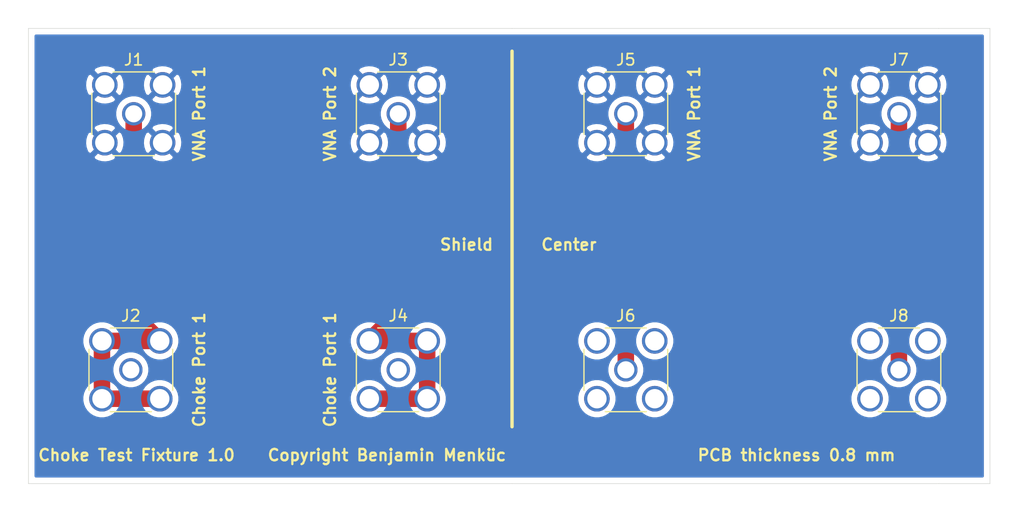
<source format=kicad_pcb>
(kicad_pcb (version 20171130) (host pcbnew "(5.1.5)-2")

  (general
    (thickness 1.6)
    (drawings 20)
    (tracks 13)
    (zones 0)
    (modules 8)
    (nets 10)
  )

  (page A4)
  (layers
    (0 F.Cu signal)
    (31 B.Cu signal)
    (32 B.Adhes user)
    (33 F.Adhes user)
    (34 B.Paste user)
    (35 F.Paste user)
    (36 B.SilkS user)
    (37 F.SilkS user)
    (38 B.Mask user)
    (39 F.Mask user)
    (40 Dwgs.User user)
    (41 Cmts.User user)
    (42 Eco1.User user)
    (43 Eco2.User user)
    (44 Edge.Cuts user)
    (45 Margin user)
    (46 B.CrtYd user)
    (47 F.CrtYd user)
    (48 B.Fab user)
    (49 F.Fab user hide)
  )

  (setup
    (last_trace_width 1.45)
    (trace_clearance 0.2)
    (zone_clearance 0.508)
    (zone_45_only no)
    (trace_min 0.2)
    (via_size 0.8)
    (via_drill 0.4)
    (via_min_size 0.4)
    (via_min_drill 0.3)
    (uvia_size 0.3)
    (uvia_drill 0.1)
    (uvias_allowed no)
    (uvia_min_size 0.2)
    (uvia_min_drill 0.1)
    (edge_width 0.05)
    (segment_width 0.2)
    (pcb_text_width 0.3)
    (pcb_text_size 1.5 1.5)
    (mod_edge_width 0.12)
    (mod_text_size 1 1)
    (mod_text_width 0.15)
    (pad_size 1.524 1.524)
    (pad_drill 0.762)
    (pad_to_mask_clearance 0.051)
    (solder_mask_min_width 0.25)
    (aux_axis_origin 0 0)
    (visible_elements 7FFFFFFF)
    (pcbplotparams
      (layerselection 0x010fc_ffffffff)
      (usegerberextensions false)
      (usegerberattributes false)
      (usegerberadvancedattributes false)
      (creategerberjobfile false)
      (excludeedgelayer true)
      (linewidth 0.100000)
      (plotframeref false)
      (viasonmask false)
      (mode 1)
      (useauxorigin false)
      (hpglpennumber 1)
      (hpglpenspeed 20)
      (hpglpendiameter 15.000000)
      (psnegative false)
      (psa4output false)
      (plotreference true)
      (plotvalue true)
      (plotinvisibletext false)
      (padsonsilk false)
      (subtractmaskfromsilk false)
      (outputformat 1)
      (mirror false)
      (drillshape 1)
      (scaleselection 1)
      (outputdirectory ""))
  )

  (net 0 "")
  (net 1 "Net-(J1-Pad1)")
  (net 2 "Net-(J2-Pad1)")
  (net 3 "Net-(J3-Pad1)")
  (net 4 "Net-(J4-Pad1)")
  (net 5 "Net-(J5-Pad1)")
  (net 6 "Net-(J6-Pad2)")
  (net 7 "Net-(J7-Pad1)")
  (net 8 "Net-(J8-Pad2)")
  (net 9 GND)

  (net_class Default "This is the default net class."
    (clearance 0.2)
    (trace_width 1.45)
    (via_dia 0.8)
    (via_drill 0.4)
    (uvia_dia 0.3)
    (uvia_drill 0.1)
    (add_net GND)
    (add_net "Net-(J1-Pad1)")
    (add_net "Net-(J2-Pad1)")
    (add_net "Net-(J3-Pad1)")
    (add_net "Net-(J4-Pad1)")
    (add_net "Net-(J5-Pad1)")
    (add_net "Net-(J6-Pad2)")
    (add_net "Net-(J7-Pad1)")
    (add_net "Net-(J8-Pad2)")
  )

  (module Connector_Coaxial:SMA_Amphenol_132134_Vertical (layer F.Cu) (tedit 5B2F4DB6) (tstamp 5F109360)
    (at 174 100)
    (descr https://www.amphenolrf.com/downloads/dl/file/id/2187/product/2843/132134_customer_drawing.pdf)
    (tags "SMA THT Female Jack Vertical ExtendedLegs")
    (path /5F10DA27)
    (fp_text reference J8 (at 0 -4.75) (layer F.SilkS)
      (effects (font (size 1 1) (thickness 0.15)))
    )
    (fp_text value Choke_Port2 (at 0 5) (layer F.Fab)
      (effects (font (size 1 1) (thickness 0.15)))
    )
    (fp_text user %R (at 0 0) (layer F.Fab)
      (effects (font (size 1 1) (thickness 0.15)))
    )
    (fp_line (start -1.8 -3.68) (end 1.8 -3.68) (layer F.SilkS) (width 0.12))
    (fp_line (start -1.8 3.68) (end 1.8 3.68) (layer F.SilkS) (width 0.12))
    (fp_line (start 3.68 -1.8) (end 3.68 1.8) (layer F.SilkS) (width 0.12))
    (fp_line (start -3.68 -1.8) (end -3.68 1.8) (layer F.SilkS) (width 0.12))
    (fp_line (start 3.5 -3.5) (end 3.5 3.5) (layer F.Fab) (width 0.1))
    (fp_line (start -3.5 3.5) (end 3.5 3.5) (layer F.Fab) (width 0.1))
    (fp_line (start -3.5 -3.5) (end -3.5 3.5) (layer F.Fab) (width 0.1))
    (fp_line (start -3.5 -3.5) (end 3.5 -3.5) (layer F.Fab) (width 0.1))
    (fp_line (start -4.17 -4.17) (end 4.17 -4.17) (layer F.CrtYd) (width 0.05))
    (fp_line (start -4.17 -4.17) (end -4.17 4.17) (layer F.CrtYd) (width 0.05))
    (fp_line (start 4.17 4.17) (end 4.17 -4.17) (layer F.CrtYd) (width 0.05))
    (fp_line (start 4.17 4.17) (end -4.17 4.17) (layer F.CrtYd) (width 0.05))
    (fp_circle (center 0 0) (end 3.175 0) (layer F.Fab) (width 0.1))
    (pad 2 thru_hole circle (at -2.54 2.54) (size 2.25 2.25) (drill 1.7) (layers *.Cu *.Mask)
      (net 8 "Net-(J8-Pad2)"))
    (pad 2 thru_hole circle (at -2.54 -2.54) (size 2.25 2.25) (drill 1.7) (layers *.Cu *.Mask)
      (net 8 "Net-(J8-Pad2)"))
    (pad 2 thru_hole circle (at 2.54 -2.54) (size 2.25 2.25) (drill 1.7) (layers *.Cu *.Mask)
      (net 8 "Net-(J8-Pad2)"))
    (pad 2 thru_hole circle (at 2.54 2.54) (size 2.25 2.25) (drill 1.7) (layers *.Cu *.Mask)
      (net 8 "Net-(J8-Pad2)"))
    (pad 1 thru_hole circle (at 0 0) (size 2.05 2.05) (drill 1.5) (layers *.Cu *.Mask)
      (net 7 "Net-(J7-Pad1)"))
    (model ${KISYS3DMOD}/Connector_Coaxial.3dshapes/SMA_Amphenol_132134_Vertical.wrl
      (at (xyz 0 0 0))
      (scale (xyz 1 1 1))
      (rotate (xyz 0 0 0))
    )
  )

  (module Connector_Coaxial:SMA_Amphenol_132134_Vertical (layer F.Cu) (tedit 5B2F4DB6) (tstamp 5F109349)
    (at 174 77.5)
    (descr https://www.amphenolrf.com/downloads/dl/file/id/2187/product/2843/132134_customer_drawing.pdf)
    (tags "SMA THT Female Jack Vertical ExtendedLegs")
    (path /5F10DA21)
    (fp_text reference J7 (at 0 -4.75) (layer F.SilkS)
      (effects (font (size 1 1) (thickness 0.15)))
    )
    (fp_text value VNA_Port2 (at 0 5) (layer F.Fab)
      (effects (font (size 1 1) (thickness 0.15)))
    )
    (fp_text user %R (at 0 0) (layer F.Fab)
      (effects (font (size 1 1) (thickness 0.15)))
    )
    (fp_line (start -1.8 -3.68) (end 1.8 -3.68) (layer F.SilkS) (width 0.12))
    (fp_line (start -1.8 3.68) (end 1.8 3.68) (layer F.SilkS) (width 0.12))
    (fp_line (start 3.68 -1.8) (end 3.68 1.8) (layer F.SilkS) (width 0.12))
    (fp_line (start -3.68 -1.8) (end -3.68 1.8) (layer F.SilkS) (width 0.12))
    (fp_line (start 3.5 -3.5) (end 3.5 3.5) (layer F.Fab) (width 0.1))
    (fp_line (start -3.5 3.5) (end 3.5 3.5) (layer F.Fab) (width 0.1))
    (fp_line (start -3.5 -3.5) (end -3.5 3.5) (layer F.Fab) (width 0.1))
    (fp_line (start -3.5 -3.5) (end 3.5 -3.5) (layer F.Fab) (width 0.1))
    (fp_line (start -4.17 -4.17) (end 4.17 -4.17) (layer F.CrtYd) (width 0.05))
    (fp_line (start -4.17 -4.17) (end -4.17 4.17) (layer F.CrtYd) (width 0.05))
    (fp_line (start 4.17 4.17) (end 4.17 -4.17) (layer F.CrtYd) (width 0.05))
    (fp_line (start 4.17 4.17) (end -4.17 4.17) (layer F.CrtYd) (width 0.05))
    (fp_circle (center 0 0) (end 3.175 0) (layer F.Fab) (width 0.1))
    (pad 2 thru_hole circle (at -2.54 2.54) (size 2.25 2.25) (drill 1.7) (layers *.Cu *.Mask)
      (net 9 GND))
    (pad 2 thru_hole circle (at -2.54 -2.54) (size 2.25 2.25) (drill 1.7) (layers *.Cu *.Mask)
      (net 9 GND))
    (pad 2 thru_hole circle (at 2.54 -2.54) (size 2.25 2.25) (drill 1.7) (layers *.Cu *.Mask)
      (net 9 GND))
    (pad 2 thru_hole circle (at 2.54 2.54) (size 2.25 2.25) (drill 1.7) (layers *.Cu *.Mask)
      (net 9 GND))
    (pad 1 thru_hole circle (at 0 0) (size 2.05 2.05) (drill 1.5) (layers *.Cu *.Mask)
      (net 7 "Net-(J7-Pad1)"))
    (model ${KISYS3DMOD}/Connector_Coaxial.3dshapes/SMA_Amphenol_132134_Vertical.wrl
      (at (xyz 0 0 0))
      (scale (xyz 1 1 1))
      (rotate (xyz 0 0 0))
    )
  )

  (module Connector_Coaxial:SMA_Amphenol_132134_Vertical (layer F.Cu) (tedit 5B2F4DB6) (tstamp 5F109332)
    (at 150 100)
    (descr https://www.amphenolrf.com/downloads/dl/file/id/2187/product/2843/132134_customer_drawing.pdf)
    (tags "SMA THT Female Jack Vertical ExtendedLegs")
    (path /5F10DA2D)
    (fp_text reference J6 (at 0 -4.75) (layer F.SilkS)
      (effects (font (size 1 1) (thickness 0.15)))
    )
    (fp_text value Choke_Port1 (at 0 5) (layer F.Fab)
      (effects (font (size 1 1) (thickness 0.15)))
    )
    (fp_text user %R (at 0 0) (layer F.Fab)
      (effects (font (size 1 1) (thickness 0.15)))
    )
    (fp_line (start -1.8 -3.68) (end 1.8 -3.68) (layer F.SilkS) (width 0.12))
    (fp_line (start -1.8 3.68) (end 1.8 3.68) (layer F.SilkS) (width 0.12))
    (fp_line (start 3.68 -1.8) (end 3.68 1.8) (layer F.SilkS) (width 0.12))
    (fp_line (start -3.68 -1.8) (end -3.68 1.8) (layer F.SilkS) (width 0.12))
    (fp_line (start 3.5 -3.5) (end 3.5 3.5) (layer F.Fab) (width 0.1))
    (fp_line (start -3.5 3.5) (end 3.5 3.5) (layer F.Fab) (width 0.1))
    (fp_line (start -3.5 -3.5) (end -3.5 3.5) (layer F.Fab) (width 0.1))
    (fp_line (start -3.5 -3.5) (end 3.5 -3.5) (layer F.Fab) (width 0.1))
    (fp_line (start -4.17 -4.17) (end 4.17 -4.17) (layer F.CrtYd) (width 0.05))
    (fp_line (start -4.17 -4.17) (end -4.17 4.17) (layer F.CrtYd) (width 0.05))
    (fp_line (start 4.17 4.17) (end 4.17 -4.17) (layer F.CrtYd) (width 0.05))
    (fp_line (start 4.17 4.17) (end -4.17 4.17) (layer F.CrtYd) (width 0.05))
    (fp_circle (center 0 0) (end 3.175 0) (layer F.Fab) (width 0.1))
    (pad 2 thru_hole circle (at -2.54 2.54) (size 2.25 2.25) (drill 1.7) (layers *.Cu *.Mask)
      (net 6 "Net-(J6-Pad2)"))
    (pad 2 thru_hole circle (at -2.54 -2.54) (size 2.25 2.25) (drill 1.7) (layers *.Cu *.Mask)
      (net 6 "Net-(J6-Pad2)"))
    (pad 2 thru_hole circle (at 2.54 -2.54) (size 2.25 2.25) (drill 1.7) (layers *.Cu *.Mask)
      (net 6 "Net-(J6-Pad2)"))
    (pad 2 thru_hole circle (at 2.54 2.54) (size 2.25 2.25) (drill 1.7) (layers *.Cu *.Mask)
      (net 6 "Net-(J6-Pad2)"))
    (pad 1 thru_hole circle (at 0 0) (size 2.05 2.05) (drill 1.5) (layers *.Cu *.Mask)
      (net 5 "Net-(J5-Pad1)"))
    (model ${KISYS3DMOD}/Connector_Coaxial.3dshapes/SMA_Amphenol_132134_Vertical.wrl
      (at (xyz 0 0 0))
      (scale (xyz 1 1 1))
      (rotate (xyz 0 0 0))
    )
  )

  (module Connector_Coaxial:SMA_Amphenol_132134_Vertical (layer F.Cu) (tedit 5B2F4DB6) (tstamp 5F10931B)
    (at 150 77.5)
    (descr https://www.amphenolrf.com/downloads/dl/file/id/2187/product/2843/132134_customer_drawing.pdf)
    (tags "SMA THT Female Jack Vertical ExtendedLegs")
    (path /5F10DA1B)
    (fp_text reference J5 (at 0 -4.75) (layer F.SilkS)
      (effects (font (size 1 1) (thickness 0.15)))
    )
    (fp_text value VNA_Port1 (at 0 5) (layer F.Fab)
      (effects (font (size 1 1) (thickness 0.15)))
    )
    (fp_text user %R (at 0 0) (layer F.Fab)
      (effects (font (size 1 1) (thickness 0.15)))
    )
    (fp_line (start -1.8 -3.68) (end 1.8 -3.68) (layer F.SilkS) (width 0.12))
    (fp_line (start -1.8 3.68) (end 1.8 3.68) (layer F.SilkS) (width 0.12))
    (fp_line (start 3.68 -1.8) (end 3.68 1.8) (layer F.SilkS) (width 0.12))
    (fp_line (start -3.68 -1.8) (end -3.68 1.8) (layer F.SilkS) (width 0.12))
    (fp_line (start 3.5 -3.5) (end 3.5 3.5) (layer F.Fab) (width 0.1))
    (fp_line (start -3.5 3.5) (end 3.5 3.5) (layer F.Fab) (width 0.1))
    (fp_line (start -3.5 -3.5) (end -3.5 3.5) (layer F.Fab) (width 0.1))
    (fp_line (start -3.5 -3.5) (end 3.5 -3.5) (layer F.Fab) (width 0.1))
    (fp_line (start -4.17 -4.17) (end 4.17 -4.17) (layer F.CrtYd) (width 0.05))
    (fp_line (start -4.17 -4.17) (end -4.17 4.17) (layer F.CrtYd) (width 0.05))
    (fp_line (start 4.17 4.17) (end 4.17 -4.17) (layer F.CrtYd) (width 0.05))
    (fp_line (start 4.17 4.17) (end -4.17 4.17) (layer F.CrtYd) (width 0.05))
    (fp_circle (center 0 0) (end 3.175 0) (layer F.Fab) (width 0.1))
    (pad 2 thru_hole circle (at -2.54 2.54) (size 2.25 2.25) (drill 1.7) (layers *.Cu *.Mask)
      (net 9 GND))
    (pad 2 thru_hole circle (at -2.54 -2.54) (size 2.25 2.25) (drill 1.7) (layers *.Cu *.Mask)
      (net 9 GND))
    (pad 2 thru_hole circle (at 2.54 -2.54) (size 2.25 2.25) (drill 1.7) (layers *.Cu *.Mask)
      (net 9 GND))
    (pad 2 thru_hole circle (at 2.54 2.54) (size 2.25 2.25) (drill 1.7) (layers *.Cu *.Mask)
      (net 9 GND))
    (pad 1 thru_hole circle (at 0 0) (size 2.05 2.05) (drill 1.5) (layers *.Cu *.Mask)
      (net 5 "Net-(J5-Pad1)"))
    (model ${KISYS3DMOD}/Connector_Coaxial.3dshapes/SMA_Amphenol_132134_Vertical.wrl
      (at (xyz 0 0 0))
      (scale (xyz 1 1 1))
      (rotate (xyz 0 0 0))
    )
  )

  (module Connector_Coaxial:SMA_Amphenol_132134_Vertical (layer F.Cu) (tedit 5B2F4DB6) (tstamp 5F108B0A)
    (at 130 100)
    (descr https://www.amphenolrf.com/downloads/dl/file/id/2187/product/2843/132134_customer_drawing.pdf)
    (tags "SMA THT Female Jack Vertical ExtendedLegs")
    (path /5F1057B9)
    (fp_text reference J4 (at 0 -4.75) (layer F.SilkS)
      (effects (font (size 1 1) (thickness 0.15)))
    )
    (fp_text value Choke_Port2 (at 0 5) (layer F.Fab)
      (effects (font (size 1 1) (thickness 0.15)))
    )
    (fp_text user %R (at 0 0) (layer F.Fab)
      (effects (font (size 1 1) (thickness 0.15)))
    )
    (fp_line (start -1.8 -3.68) (end 1.8 -3.68) (layer F.SilkS) (width 0.12))
    (fp_line (start -1.8 3.68) (end 1.8 3.68) (layer F.SilkS) (width 0.12))
    (fp_line (start 3.68 -1.8) (end 3.68 1.8) (layer F.SilkS) (width 0.12))
    (fp_line (start -3.68 -1.8) (end -3.68 1.8) (layer F.SilkS) (width 0.12))
    (fp_line (start 3.5 -3.5) (end 3.5 3.5) (layer F.Fab) (width 0.1))
    (fp_line (start -3.5 3.5) (end 3.5 3.5) (layer F.Fab) (width 0.1))
    (fp_line (start -3.5 -3.5) (end -3.5 3.5) (layer F.Fab) (width 0.1))
    (fp_line (start -3.5 -3.5) (end 3.5 -3.5) (layer F.Fab) (width 0.1))
    (fp_line (start -4.17 -4.17) (end 4.17 -4.17) (layer F.CrtYd) (width 0.05))
    (fp_line (start -4.17 -4.17) (end -4.17 4.17) (layer F.CrtYd) (width 0.05))
    (fp_line (start 4.17 4.17) (end 4.17 -4.17) (layer F.CrtYd) (width 0.05))
    (fp_line (start 4.17 4.17) (end -4.17 4.17) (layer F.CrtYd) (width 0.05))
    (fp_circle (center 0 0) (end 3.175 0) (layer F.Fab) (width 0.1))
    (pad 2 thru_hole circle (at -2.54 2.54) (size 2.25 2.25) (drill 1.7) (layers *.Cu *.Mask)
      (net 3 "Net-(J3-Pad1)"))
    (pad 2 thru_hole circle (at -2.54 -2.54) (size 2.25 2.25) (drill 1.7) (layers *.Cu *.Mask)
      (net 3 "Net-(J3-Pad1)"))
    (pad 2 thru_hole circle (at 2.54 -2.54) (size 2.25 2.25) (drill 1.7) (layers *.Cu *.Mask)
      (net 3 "Net-(J3-Pad1)"))
    (pad 2 thru_hole circle (at 2.54 2.54) (size 2.25 2.25) (drill 1.7) (layers *.Cu *.Mask)
      (net 3 "Net-(J3-Pad1)"))
    (pad 1 thru_hole circle (at 0 0) (size 2.05 2.05) (drill 1.5) (layers *.Cu *.Mask)
      (net 4 "Net-(J4-Pad1)"))
    (model ${KISYS3DMOD}/Connector_Coaxial.3dshapes/SMA_Amphenol_132134_Vertical.wrl
      (at (xyz 0 0 0))
      (scale (xyz 1 1 1))
      (rotate (xyz 0 0 0))
    )
  )

  (module Connector_Coaxial:SMA_Amphenol_132134_Vertical (layer F.Cu) (tedit 5B2F4DB6) (tstamp 5F108AF3)
    (at 130 77.5)
    (descr https://www.amphenolrf.com/downloads/dl/file/id/2187/product/2843/132134_customer_drawing.pdf)
    (tags "SMA THT Female Jack Vertical ExtendedLegs")
    (path /5F1050BE)
    (fp_text reference J3 (at 0 -4.75) (layer F.SilkS)
      (effects (font (size 1 1) (thickness 0.15)))
    )
    (fp_text value VNA_Port2 (at 0 5) (layer F.Fab)
      (effects (font (size 1 1) (thickness 0.15)))
    )
    (fp_text user %R (at 0 0) (layer F.Fab)
      (effects (font (size 1 1) (thickness 0.15)))
    )
    (fp_line (start -1.8 -3.68) (end 1.8 -3.68) (layer F.SilkS) (width 0.12))
    (fp_line (start -1.8 3.68) (end 1.8 3.68) (layer F.SilkS) (width 0.12))
    (fp_line (start 3.68 -1.8) (end 3.68 1.8) (layer F.SilkS) (width 0.12))
    (fp_line (start -3.68 -1.8) (end -3.68 1.8) (layer F.SilkS) (width 0.12))
    (fp_line (start 3.5 -3.5) (end 3.5 3.5) (layer F.Fab) (width 0.1))
    (fp_line (start -3.5 3.5) (end 3.5 3.5) (layer F.Fab) (width 0.1))
    (fp_line (start -3.5 -3.5) (end -3.5 3.5) (layer F.Fab) (width 0.1))
    (fp_line (start -3.5 -3.5) (end 3.5 -3.5) (layer F.Fab) (width 0.1))
    (fp_line (start -4.17 -4.17) (end 4.17 -4.17) (layer F.CrtYd) (width 0.05))
    (fp_line (start -4.17 -4.17) (end -4.17 4.17) (layer F.CrtYd) (width 0.05))
    (fp_line (start 4.17 4.17) (end 4.17 -4.17) (layer F.CrtYd) (width 0.05))
    (fp_line (start 4.17 4.17) (end -4.17 4.17) (layer F.CrtYd) (width 0.05))
    (fp_circle (center 0 0) (end 3.175 0) (layer F.Fab) (width 0.1))
    (pad 2 thru_hole circle (at -2.54 2.54) (size 2.25 2.25) (drill 1.7) (layers *.Cu *.Mask)
      (net 9 GND))
    (pad 2 thru_hole circle (at -2.54 -2.54) (size 2.25 2.25) (drill 1.7) (layers *.Cu *.Mask)
      (net 9 GND))
    (pad 2 thru_hole circle (at 2.54 -2.54) (size 2.25 2.25) (drill 1.7) (layers *.Cu *.Mask)
      (net 9 GND))
    (pad 2 thru_hole circle (at 2.54 2.54) (size 2.25 2.25) (drill 1.7) (layers *.Cu *.Mask)
      (net 9 GND))
    (pad 1 thru_hole circle (at 0 0) (size 2.05 2.05) (drill 1.5) (layers *.Cu *.Mask)
      (net 3 "Net-(J3-Pad1)"))
    (model ${KISYS3DMOD}/Connector_Coaxial.3dshapes/SMA_Amphenol_132134_Vertical.wrl
      (at (xyz 0 0 0))
      (scale (xyz 1 1 1))
      (rotate (xyz 0 0 0))
    )
  )

  (module Connector_Coaxial:SMA_Amphenol_132134_Vertical (layer F.Cu) (tedit 5B2F4DB6) (tstamp 5F108FFB)
    (at 106.5 100)
    (descr https://www.amphenolrf.com/downloads/dl/file/id/2187/product/2843/132134_customer_drawing.pdf)
    (tags "SMA THT Female Jack Vertical ExtendedLegs")
    (path /5F1064CC)
    (fp_text reference J2 (at 0 -4.75) (layer F.SilkS)
      (effects (font (size 1 1) (thickness 0.15)))
    )
    (fp_text value Choke_Port1 (at 0 5) (layer F.Fab)
      (effects (font (size 1 1) (thickness 0.15)))
    )
    (fp_text user %R (at 0 0) (layer F.Fab)
      (effects (font (size 1 1) (thickness 0.15)))
    )
    (fp_line (start -1.8 -3.68) (end 1.8 -3.68) (layer F.SilkS) (width 0.12))
    (fp_line (start -1.8 3.68) (end 1.8 3.68) (layer F.SilkS) (width 0.12))
    (fp_line (start 3.68 -1.8) (end 3.68 1.8) (layer F.SilkS) (width 0.12))
    (fp_line (start -3.68 -1.8) (end -3.68 1.8) (layer F.SilkS) (width 0.12))
    (fp_line (start 3.5 -3.5) (end 3.5 3.5) (layer F.Fab) (width 0.1))
    (fp_line (start -3.5 3.5) (end 3.5 3.5) (layer F.Fab) (width 0.1))
    (fp_line (start -3.5 -3.5) (end -3.5 3.5) (layer F.Fab) (width 0.1))
    (fp_line (start -3.5 -3.5) (end 3.5 -3.5) (layer F.Fab) (width 0.1))
    (fp_line (start -4.17 -4.17) (end 4.17 -4.17) (layer F.CrtYd) (width 0.05))
    (fp_line (start -4.17 -4.17) (end -4.17 4.17) (layer F.CrtYd) (width 0.05))
    (fp_line (start 4.17 4.17) (end 4.17 -4.17) (layer F.CrtYd) (width 0.05))
    (fp_line (start 4.17 4.17) (end -4.17 4.17) (layer F.CrtYd) (width 0.05))
    (fp_circle (center 0 0) (end 3.175 0) (layer F.Fab) (width 0.1))
    (pad 2 thru_hole circle (at -2.54 2.54) (size 2.25 2.25) (drill 1.7) (layers *.Cu *.Mask)
      (net 1 "Net-(J1-Pad1)"))
    (pad 2 thru_hole circle (at -2.54 -2.54) (size 2.25 2.25) (drill 1.7) (layers *.Cu *.Mask)
      (net 1 "Net-(J1-Pad1)"))
    (pad 2 thru_hole circle (at 2.54 -2.54) (size 2.25 2.25) (drill 1.7) (layers *.Cu *.Mask)
      (net 1 "Net-(J1-Pad1)"))
    (pad 2 thru_hole circle (at 2.54 2.54) (size 2.25 2.25) (drill 1.7) (layers *.Cu *.Mask)
      (net 1 "Net-(J1-Pad1)"))
    (pad 1 thru_hole circle (at 0 0) (size 2.05 2.05) (drill 1.5) (layers *.Cu *.Mask)
      (net 2 "Net-(J2-Pad1)"))
    (model ${KISYS3DMOD}/Connector_Coaxial.3dshapes/SMA_Amphenol_132134_Vertical.wrl
      (at (xyz 0 0 0))
      (scale (xyz 1 1 1))
      (rotate (xyz 0 0 0))
    )
  )

  (module Connector_Coaxial:SMA_Amphenol_132134_Vertical (layer F.Cu) (tedit 5B2F4DB6) (tstamp 5F108AC5)
    (at 106.75 77.5)
    (descr https://www.amphenolrf.com/downloads/dl/file/id/2187/product/2843/132134_customer_drawing.pdf)
    (tags "SMA THT Female Jack Vertical ExtendedLegs")
    (path /5F103665)
    (fp_text reference J1 (at 0 -4.75) (layer F.SilkS)
      (effects (font (size 1 1) (thickness 0.15)))
    )
    (fp_text value VNA_Port1 (at 0 5) (layer F.Fab)
      (effects (font (size 1 1) (thickness 0.15)))
    )
    (fp_text user %R (at 0 0) (layer F.Fab)
      (effects (font (size 1 1) (thickness 0.15)))
    )
    (fp_line (start -1.8 -3.68) (end 1.8 -3.68) (layer F.SilkS) (width 0.12))
    (fp_line (start -1.8 3.68) (end 1.8 3.68) (layer F.SilkS) (width 0.12))
    (fp_line (start 3.68 -1.8) (end 3.68 1.8) (layer F.SilkS) (width 0.12))
    (fp_line (start -3.68 -1.8) (end -3.68 1.8) (layer F.SilkS) (width 0.12))
    (fp_line (start 3.5 -3.5) (end 3.5 3.5) (layer F.Fab) (width 0.1))
    (fp_line (start -3.5 3.5) (end 3.5 3.5) (layer F.Fab) (width 0.1))
    (fp_line (start -3.5 -3.5) (end -3.5 3.5) (layer F.Fab) (width 0.1))
    (fp_line (start -3.5 -3.5) (end 3.5 -3.5) (layer F.Fab) (width 0.1))
    (fp_line (start -4.17 -4.17) (end 4.17 -4.17) (layer F.CrtYd) (width 0.05))
    (fp_line (start -4.17 -4.17) (end -4.17 4.17) (layer F.CrtYd) (width 0.05))
    (fp_line (start 4.17 4.17) (end 4.17 -4.17) (layer F.CrtYd) (width 0.05))
    (fp_line (start 4.17 4.17) (end -4.17 4.17) (layer F.CrtYd) (width 0.05))
    (fp_circle (center 0 0) (end 3.175 0) (layer F.Fab) (width 0.1))
    (pad 2 thru_hole circle (at -2.54 2.54) (size 2.25 2.25) (drill 1.7) (layers *.Cu *.Mask)
      (net 9 GND))
    (pad 2 thru_hole circle (at -2.54 -2.54) (size 2.25 2.25) (drill 1.7) (layers *.Cu *.Mask)
      (net 9 GND))
    (pad 2 thru_hole circle (at 2.54 -2.54) (size 2.25 2.25) (drill 1.7) (layers *.Cu *.Mask)
      (net 9 GND))
    (pad 2 thru_hole circle (at 2.54 2.54) (size 2.25 2.25) (drill 1.7) (layers *.Cu *.Mask)
      (net 9 GND))
    (pad 1 thru_hole circle (at 0 0) (size 2.05 2.05) (drill 1.5) (layers *.Cu *.Mask)
      (net 1 "Net-(J1-Pad1)"))
    (model ${KISYS3DMOD}/Connector_Coaxial.3dshapes/SMA_Amphenol_132134_Vertical.wrl
      (at (xyz 0 0 0))
      (scale (xyz 1 1 1))
      (rotate (xyz 0 0 0))
    )
  )

  (gr_line (start 182 110) (end 177.5 110) (layer Edge.Cuts) (width 0.05) (tstamp 5F10A232))
  (gr_line (start 182 70) (end 177.5 70) (layer Edge.Cuts) (width 0.05) (tstamp 5F10A231))
  (gr_text Shield (at 136 89) (layer F.SilkS) (tstamp 5F109E9B)
    (effects (font (size 1 1) (thickness 0.2)))
  )
  (gr_text Center (at 145 89) (layer F.SilkS) (tstamp 5F109A50)
    (effects (font (size 1 1) (thickness 0.2)))
  )
  (gr_line (start 140 72) (end 140 105) (layer F.SilkS) (width 0.3))
  (gr_text "VNA Port 2" (at 168 77.5 90) (layer F.SilkS) (tstamp 5F109A50)
    (effects (font (size 1 1) (thickness 0.2)))
  )
  (gr_text "VNA Port 1" (at 156 77.5 90) (layer F.SilkS) (tstamp 5F109A3E)
    (effects (font (size 1 1) (thickness 0.2)))
  )
  (gr_line (start 177.5 110) (end 140 110) (layer Edge.Cuts) (width 0.05) (tstamp 5F10977D))
  (gr_line (start 177.5 70) (end 140 70) (layer Edge.Cuts) (width 0.05) (tstamp 5F10977C))
  (gr_text "Copyright Benjamin Menküc" (at 129 107.5) (layer F.SilkS) (tstamp 5F109144)
    (effects (font (size 1 1) (thickness 0.2)))
  )
  (gr_text "Choke Test Fixture 1.0" (at 107 107.5) (layer F.SilkS) (tstamp 5F10912F)
    (effects (font (size 1 1) (thickness 0.2)))
  )
  (gr_text "Choke Port 1" (at 124 100 90) (layer F.SilkS) (tstamp 5F109121)
    (effects (font (size 1 1) (thickness 0.2)))
  )
  (gr_text "Choke Port 1" (at 112.5 100 90) (layer F.SilkS) (tstamp 5F109121)
    (effects (font (size 1 1) (thickness 0.2)))
  )
  (gr_text "VNA Port 2" (at 124 77.5 90) (layer F.SilkS) (tstamp 5F109121)
    (effects (font (size 1 1) (thickness 0.2)))
  )
  (gr_text "VNA Port 1" (at 112.5 77.5 90) (layer F.SilkS) (tstamp 5F109116)
    (effects (font (size 1 1) (thickness 0.2)))
  )
  (gr_text "PCB thickness 0.8 mm" (at 165 107.5) (layer F.SilkS) (tstamp 5F10A2D6)
    (effects (font (size 1 1) (thickness 0.2)))
  )
  (gr_line (start 97.5 110) (end 97.5 70) (layer Edge.Cuts) (width 0.05) (tstamp 5F1090BC))
  (gr_line (start 140 110) (end 97.5 110) (layer Edge.Cuts) (width 0.05))
  (gr_line (start 182 70) (end 182 110) (layer Edge.Cuts) (width 0.05))
  (gr_line (start 97.5 70) (end 140 70) (layer Edge.Cuts) (width 0.05))

  (segment (start 106.75 95.17) (end 109.04 97.46) (width 1.45) (layer F.Cu) (net 1))
  (segment (start 106.75 77.5) (end 106.75 95.17) (width 1.45) (layer F.Cu) (net 1))
  (segment (start 109.04 97.46) (end 103.96 97.46) (width 1.45) (layer F.Cu) (net 1))
  (segment (start 103.96 97.46) (end 103.96 102.54) (width 1.45) (layer F.Cu) (net 1))
  (segment (start 103.96 102.54) (end 109.04 102.54) (width 1.45) (layer F.Cu) (net 1))
  (segment (start 130 94.92) (end 127.46 97.46) (width 1.45) (layer F.Cu) (net 3))
  (segment (start 130 77.5) (end 130 94.92) (width 1.45) (layer F.Cu) (net 3))
  (segment (start 127.46 97.46) (end 132.54 97.46) (width 1.45) (layer F.Cu) (net 3))
  (segment (start 132.54 97.46) (end 132.54 102.54) (width 1.45) (layer F.Cu) (net 3))
  (segment (start 132.54 102.54) (end 127.46 102.54) (width 1.45) (layer F.Cu) (net 3))
  (segment (start 150 100) (end 150 77.5) (width 1.45) (layer F.Cu) (net 5))
  (segment (start 174 96.965998) (end 174 77.5) (width 1.45) (layer F.Cu) (net 7))
  (segment (start 174 100) (end 174 96.965998) (width 1.45) (layer F.Cu) (net 7))

  (zone (net 9) (net_name GND) (layer B.Cu) (tstamp 5F109FEA) (hatch edge 0.508)
    (connect_pads (clearance 0.508))
    (min_thickness 0.254)
    (fill yes (arc_segments 32) (thermal_gap 0.508) (thermal_bridge_width 0.508))
    (polygon
      (pts
        (xy 185 112.5) (xy 95 112.5) (xy 95 67.5) (xy 185 67.5)
      )
    )
    (filled_polygon
      (pts
        (xy 181.340001 109.34) (xy 98.16 109.34) (xy 98.16 102.366655) (xy 102.2 102.366655) (xy 102.2 102.713345)
        (xy 102.267636 103.053373) (xy 102.400308 103.373673) (xy 102.592919 103.661935) (xy 102.838065 103.907081) (xy 103.126327 104.099692)
        (xy 103.446627 104.232364) (xy 103.786655 104.3) (xy 104.133345 104.3) (xy 104.473373 104.232364) (xy 104.793673 104.099692)
        (xy 105.081935 103.907081) (xy 105.327081 103.661935) (xy 105.519692 103.373673) (xy 105.652364 103.053373) (xy 105.72 102.713345)
        (xy 105.72 102.366655) (xy 107.28 102.366655) (xy 107.28 102.713345) (xy 107.347636 103.053373) (xy 107.480308 103.373673)
        (xy 107.672919 103.661935) (xy 107.918065 103.907081) (xy 108.206327 104.099692) (xy 108.526627 104.232364) (xy 108.866655 104.3)
        (xy 109.213345 104.3) (xy 109.553373 104.232364) (xy 109.873673 104.099692) (xy 110.161935 103.907081) (xy 110.407081 103.661935)
        (xy 110.599692 103.373673) (xy 110.732364 103.053373) (xy 110.8 102.713345) (xy 110.8 102.366655) (xy 125.7 102.366655)
        (xy 125.7 102.713345) (xy 125.767636 103.053373) (xy 125.900308 103.373673) (xy 126.092919 103.661935) (xy 126.338065 103.907081)
        (xy 126.626327 104.099692) (xy 126.946627 104.232364) (xy 127.286655 104.3) (xy 127.633345 104.3) (xy 127.973373 104.232364)
        (xy 128.293673 104.099692) (xy 128.581935 103.907081) (xy 128.827081 103.661935) (xy 129.019692 103.373673) (xy 129.152364 103.053373)
        (xy 129.22 102.713345) (xy 129.22 102.366655) (xy 130.78 102.366655) (xy 130.78 102.713345) (xy 130.847636 103.053373)
        (xy 130.980308 103.373673) (xy 131.172919 103.661935) (xy 131.418065 103.907081) (xy 131.706327 104.099692) (xy 132.026627 104.232364)
        (xy 132.366655 104.3) (xy 132.713345 104.3) (xy 133.053373 104.232364) (xy 133.373673 104.099692) (xy 133.661935 103.907081)
        (xy 133.907081 103.661935) (xy 134.099692 103.373673) (xy 134.232364 103.053373) (xy 134.3 102.713345) (xy 134.3 102.366655)
        (xy 145.7 102.366655) (xy 145.7 102.713345) (xy 145.767636 103.053373) (xy 145.900308 103.373673) (xy 146.092919 103.661935)
        (xy 146.338065 103.907081) (xy 146.626327 104.099692) (xy 146.946627 104.232364) (xy 147.286655 104.3) (xy 147.633345 104.3)
        (xy 147.973373 104.232364) (xy 148.293673 104.099692) (xy 148.581935 103.907081) (xy 148.827081 103.661935) (xy 149.019692 103.373673)
        (xy 149.152364 103.053373) (xy 149.22 102.713345) (xy 149.22 102.366655) (xy 150.78 102.366655) (xy 150.78 102.713345)
        (xy 150.847636 103.053373) (xy 150.980308 103.373673) (xy 151.172919 103.661935) (xy 151.418065 103.907081) (xy 151.706327 104.099692)
        (xy 152.026627 104.232364) (xy 152.366655 104.3) (xy 152.713345 104.3) (xy 153.053373 104.232364) (xy 153.373673 104.099692)
        (xy 153.661935 103.907081) (xy 153.907081 103.661935) (xy 154.099692 103.373673) (xy 154.232364 103.053373) (xy 154.3 102.713345)
        (xy 154.3 102.366655) (xy 169.7 102.366655) (xy 169.7 102.713345) (xy 169.767636 103.053373) (xy 169.900308 103.373673)
        (xy 170.092919 103.661935) (xy 170.338065 103.907081) (xy 170.626327 104.099692) (xy 170.946627 104.232364) (xy 171.286655 104.3)
        (xy 171.633345 104.3) (xy 171.973373 104.232364) (xy 172.293673 104.099692) (xy 172.581935 103.907081) (xy 172.827081 103.661935)
        (xy 173.019692 103.373673) (xy 173.152364 103.053373) (xy 173.22 102.713345) (xy 173.22 102.366655) (xy 174.78 102.366655)
        (xy 174.78 102.713345) (xy 174.847636 103.053373) (xy 174.980308 103.373673) (xy 175.172919 103.661935) (xy 175.418065 103.907081)
        (xy 175.706327 104.099692) (xy 176.026627 104.232364) (xy 176.366655 104.3) (xy 176.713345 104.3) (xy 177.053373 104.232364)
        (xy 177.373673 104.099692) (xy 177.661935 103.907081) (xy 177.907081 103.661935) (xy 178.099692 103.373673) (xy 178.232364 103.053373)
        (xy 178.3 102.713345) (xy 178.3 102.366655) (xy 178.232364 102.026627) (xy 178.099692 101.706327) (xy 177.907081 101.418065)
        (xy 177.661935 101.172919) (xy 177.373673 100.980308) (xy 177.053373 100.847636) (xy 176.713345 100.78) (xy 176.366655 100.78)
        (xy 176.026627 100.847636) (xy 175.706327 100.980308) (xy 175.418065 101.172919) (xy 175.172919 101.418065) (xy 174.980308 101.706327)
        (xy 174.847636 102.026627) (xy 174.78 102.366655) (xy 173.22 102.366655) (xy 173.152364 102.026627) (xy 173.019692 101.706327)
        (xy 172.827081 101.418065) (xy 172.581935 101.172919) (xy 172.293673 100.980308) (xy 171.973373 100.847636) (xy 171.633345 100.78)
        (xy 171.286655 100.78) (xy 170.946627 100.847636) (xy 170.626327 100.980308) (xy 170.338065 101.172919) (xy 170.092919 101.418065)
        (xy 169.900308 101.706327) (xy 169.767636 102.026627) (xy 169.7 102.366655) (xy 154.3 102.366655) (xy 154.232364 102.026627)
        (xy 154.099692 101.706327) (xy 153.907081 101.418065) (xy 153.661935 101.172919) (xy 153.373673 100.980308) (xy 153.053373 100.847636)
        (xy 152.713345 100.78) (xy 152.366655 100.78) (xy 152.026627 100.847636) (xy 151.706327 100.980308) (xy 151.418065 101.172919)
        (xy 151.172919 101.418065) (xy 150.980308 101.706327) (xy 150.847636 102.026627) (xy 150.78 102.366655) (xy 149.22 102.366655)
        (xy 149.152364 102.026627) (xy 149.019692 101.706327) (xy 148.827081 101.418065) (xy 148.581935 101.172919) (xy 148.293673 100.980308)
        (xy 147.973373 100.847636) (xy 147.633345 100.78) (xy 147.286655 100.78) (xy 146.946627 100.847636) (xy 146.626327 100.980308)
        (xy 146.338065 101.172919) (xy 146.092919 101.418065) (xy 145.900308 101.706327) (xy 145.767636 102.026627) (xy 145.7 102.366655)
        (xy 134.3 102.366655) (xy 134.232364 102.026627) (xy 134.099692 101.706327) (xy 133.907081 101.418065) (xy 133.661935 101.172919)
        (xy 133.373673 100.980308) (xy 133.053373 100.847636) (xy 132.713345 100.78) (xy 132.366655 100.78) (xy 132.026627 100.847636)
        (xy 131.706327 100.980308) (xy 131.418065 101.172919) (xy 131.172919 101.418065) (xy 130.980308 101.706327) (xy 130.847636 102.026627)
        (xy 130.78 102.366655) (xy 129.22 102.366655) (xy 129.152364 102.026627) (xy 129.019692 101.706327) (xy 128.827081 101.418065)
        (xy 128.581935 101.172919) (xy 128.293673 100.980308) (xy 127.973373 100.847636) (xy 127.633345 100.78) (xy 127.286655 100.78)
        (xy 126.946627 100.847636) (xy 126.626327 100.980308) (xy 126.338065 101.172919) (xy 126.092919 101.418065) (xy 125.900308 101.706327)
        (xy 125.767636 102.026627) (xy 125.7 102.366655) (xy 110.8 102.366655) (xy 110.732364 102.026627) (xy 110.599692 101.706327)
        (xy 110.407081 101.418065) (xy 110.161935 101.172919) (xy 109.873673 100.980308) (xy 109.553373 100.847636) (xy 109.213345 100.78)
        (xy 108.866655 100.78) (xy 108.526627 100.847636) (xy 108.206327 100.980308) (xy 107.918065 101.172919) (xy 107.672919 101.418065)
        (xy 107.480308 101.706327) (xy 107.347636 102.026627) (xy 107.28 102.366655) (xy 105.72 102.366655) (xy 105.652364 102.026627)
        (xy 105.519692 101.706327) (xy 105.327081 101.418065) (xy 105.081935 101.172919) (xy 104.793673 100.980308) (xy 104.473373 100.847636)
        (xy 104.133345 100.78) (xy 103.786655 100.78) (xy 103.446627 100.847636) (xy 103.126327 100.980308) (xy 102.838065 101.172919)
        (xy 102.592919 101.418065) (xy 102.400308 101.706327) (xy 102.267636 102.026627) (xy 102.2 102.366655) (xy 98.16 102.366655)
        (xy 98.16 99.836504) (xy 104.84 99.836504) (xy 104.84 100.163496) (xy 104.903793 100.484204) (xy 105.028927 100.786305)
        (xy 105.210594 101.058188) (xy 105.441812 101.289406) (xy 105.713695 101.471073) (xy 106.015796 101.596207) (xy 106.336504 101.66)
        (xy 106.663496 101.66) (xy 106.984204 101.596207) (xy 107.286305 101.471073) (xy 107.558188 101.289406) (xy 107.789406 101.058188)
        (xy 107.971073 100.786305) (xy 108.096207 100.484204) (xy 108.16 100.163496) (xy 108.16 99.836504) (xy 128.34 99.836504)
        (xy 128.34 100.163496) (xy 128.403793 100.484204) (xy 128.528927 100.786305) (xy 128.710594 101.058188) (xy 128.941812 101.289406)
        (xy 129.213695 101.471073) (xy 129.515796 101.596207) (xy 129.836504 101.66) (xy 130.163496 101.66) (xy 130.484204 101.596207)
        (xy 130.786305 101.471073) (xy 131.058188 101.289406) (xy 131.289406 101.058188) (xy 131.471073 100.786305) (xy 131.596207 100.484204)
        (xy 131.66 100.163496) (xy 131.66 99.836504) (xy 148.34 99.836504) (xy 148.34 100.163496) (xy 148.403793 100.484204)
        (xy 148.528927 100.786305) (xy 148.710594 101.058188) (xy 148.941812 101.289406) (xy 149.213695 101.471073) (xy 149.515796 101.596207)
        (xy 149.836504 101.66) (xy 150.163496 101.66) (xy 150.484204 101.596207) (xy 150.786305 101.471073) (xy 151.058188 101.289406)
        (xy 151.289406 101.058188) (xy 151.471073 100.786305) (xy 151.596207 100.484204) (xy 151.66 100.163496) (xy 151.66 99.836504)
        (xy 172.34 99.836504) (xy 172.34 100.163496) (xy 172.403793 100.484204) (xy 172.528927 100.786305) (xy 172.710594 101.058188)
        (xy 172.941812 101.289406) (xy 173.213695 101.471073) (xy 173.515796 101.596207) (xy 173.836504 101.66) (xy 174.163496 101.66)
        (xy 174.484204 101.596207) (xy 174.786305 101.471073) (xy 175.058188 101.289406) (xy 175.289406 101.058188) (xy 175.471073 100.786305)
        (xy 175.596207 100.484204) (xy 175.66 100.163496) (xy 175.66 99.836504) (xy 175.596207 99.515796) (xy 175.471073 99.213695)
        (xy 175.289406 98.941812) (xy 175.058188 98.710594) (xy 174.786305 98.528927) (xy 174.484204 98.403793) (xy 174.163496 98.34)
        (xy 173.836504 98.34) (xy 173.515796 98.403793) (xy 173.213695 98.528927) (xy 172.941812 98.710594) (xy 172.710594 98.941812)
        (xy 172.528927 99.213695) (xy 172.403793 99.515796) (xy 172.34 99.836504) (xy 151.66 99.836504) (xy 151.596207 99.515796)
        (xy 151.471073 99.213695) (xy 151.289406 98.941812) (xy 151.058188 98.710594) (xy 150.786305 98.528927) (xy 150.484204 98.403793)
        (xy 150.163496 98.34) (xy 149.836504 98.34) (xy 149.515796 98.403793) (xy 149.213695 98.528927) (xy 148.941812 98.710594)
        (xy 148.710594 98.941812) (xy 148.528927 99.213695) (xy 148.403793 99.515796) (xy 148.34 99.836504) (xy 131.66 99.836504)
        (xy 131.596207 99.515796) (xy 131.471073 99.213695) (xy 131.289406 98.941812) (xy 131.058188 98.710594) (xy 130.786305 98.528927)
        (xy 130.484204 98.403793) (xy 130.163496 98.34) (xy 129.836504 98.34) (xy 129.515796 98.403793) (xy 129.213695 98.528927)
        (xy 128.941812 98.710594) (xy 128.710594 98.941812) (xy 128.528927 99.213695) (xy 128.403793 99.515796) (xy 128.34 99.836504)
        (xy 108.16 99.836504) (xy 108.096207 99.515796) (xy 107.971073 99.213695) (xy 107.789406 98.941812) (xy 107.558188 98.710594)
        (xy 107.286305 98.528927) (xy 106.984204 98.403793) (xy 106.663496 98.34) (xy 106.336504 98.34) (xy 106.015796 98.403793)
        (xy 105.713695 98.528927) (xy 105.441812 98.710594) (xy 105.210594 98.941812) (xy 105.028927 99.213695) (xy 104.903793 99.515796)
        (xy 104.84 99.836504) (xy 98.16 99.836504) (xy 98.16 97.286655) (xy 102.2 97.286655) (xy 102.2 97.633345)
        (xy 102.267636 97.973373) (xy 102.400308 98.293673) (xy 102.592919 98.581935) (xy 102.838065 98.827081) (xy 103.126327 99.019692)
        (xy 103.446627 99.152364) (xy 103.786655 99.22) (xy 104.133345 99.22) (xy 104.473373 99.152364) (xy 104.793673 99.019692)
        (xy 105.081935 98.827081) (xy 105.327081 98.581935) (xy 105.519692 98.293673) (xy 105.652364 97.973373) (xy 105.72 97.633345)
        (xy 105.72 97.286655) (xy 107.28 97.286655) (xy 107.28 97.633345) (xy 107.347636 97.973373) (xy 107.480308 98.293673)
        (xy 107.672919 98.581935) (xy 107.918065 98.827081) (xy 108.206327 99.019692) (xy 108.526627 99.152364) (xy 108.866655 99.22)
        (xy 109.213345 99.22) (xy 109.553373 99.152364) (xy 109.873673 99.019692) (xy 110.161935 98.827081) (xy 110.407081 98.581935)
        (xy 110.599692 98.293673) (xy 110.732364 97.973373) (xy 110.8 97.633345) (xy 110.8 97.286655) (xy 125.7 97.286655)
        (xy 125.7 97.633345) (xy 125.767636 97.973373) (xy 125.900308 98.293673) (xy 126.092919 98.581935) (xy 126.338065 98.827081)
        (xy 126.626327 99.019692) (xy 126.946627 99.152364) (xy 127.286655 99.22) (xy 127.633345 99.22) (xy 127.973373 99.152364)
        (xy 128.293673 99.019692) (xy 128.581935 98.827081) (xy 128.827081 98.581935) (xy 129.019692 98.293673) (xy 129.152364 97.973373)
        (xy 129.22 97.633345) (xy 129.22 97.286655) (xy 130.78 97.286655) (xy 130.78 97.633345) (xy 130.847636 97.973373)
        (xy 130.980308 98.293673) (xy 131.172919 98.581935) (xy 131.418065 98.827081) (xy 131.706327 99.019692) (xy 132.026627 99.152364)
        (xy 132.366655 99.22) (xy 132.713345 99.22) (xy 133.053373 99.152364) (xy 133.373673 99.019692) (xy 133.661935 98.827081)
        (xy 133.907081 98.581935) (xy 134.099692 98.293673) (xy 134.232364 97.973373) (xy 134.3 97.633345) (xy 134.3 97.286655)
        (xy 145.7 97.286655) (xy 145.7 97.633345) (xy 145.767636 97.973373) (xy 145.900308 98.293673) (xy 146.092919 98.581935)
        (xy 146.338065 98.827081) (xy 146.626327 99.019692) (xy 146.946627 99.152364) (xy 147.286655 99.22) (xy 147.633345 99.22)
        (xy 147.973373 99.152364) (xy 148.293673 99.019692) (xy 148.581935 98.827081) (xy 148.827081 98.581935) (xy 149.019692 98.293673)
        (xy 149.152364 97.973373) (xy 149.22 97.633345) (xy 149.22 97.286655) (xy 150.78 97.286655) (xy 150.78 97.633345)
        (xy 150.847636 97.973373) (xy 150.980308 98.293673) (xy 151.172919 98.581935) (xy 151.418065 98.827081) (xy 151.706327 99.019692)
        (xy 152.026627 99.152364) (xy 152.366655 99.22) (xy 152.713345 99.22) (xy 153.053373 99.152364) (xy 153.373673 99.019692)
        (xy 153.661935 98.827081) (xy 153.907081 98.581935) (xy 154.099692 98.293673) (xy 154.232364 97.973373) (xy 154.3 97.633345)
        (xy 154.3 97.286655) (xy 169.7 97.286655) (xy 169.7 97.633345) (xy 169.767636 97.973373) (xy 169.900308 98.293673)
        (xy 170.092919 98.581935) (xy 170.338065 98.827081) (xy 170.626327 99.019692) (xy 170.946627 99.152364) (xy 171.286655 99.22)
        (xy 171.633345 99.22) (xy 171.973373 99.152364) (xy 172.293673 99.019692) (xy 172.581935 98.827081) (xy 172.827081 98.581935)
        (xy 173.019692 98.293673) (xy 173.152364 97.973373) (xy 173.22 97.633345) (xy 173.22 97.286655) (xy 174.78 97.286655)
        (xy 174.78 97.633345) (xy 174.847636 97.973373) (xy 174.980308 98.293673) (xy 175.172919 98.581935) (xy 175.418065 98.827081)
        (xy 175.706327 99.019692) (xy 176.026627 99.152364) (xy 176.366655 99.22) (xy 176.713345 99.22) (xy 177.053373 99.152364)
        (xy 177.373673 99.019692) (xy 177.661935 98.827081) (xy 177.907081 98.581935) (xy 178.099692 98.293673) (xy 178.232364 97.973373)
        (xy 178.3 97.633345) (xy 178.3 97.286655) (xy 178.232364 96.946627) (xy 178.099692 96.626327) (xy 177.907081 96.338065)
        (xy 177.661935 96.092919) (xy 177.373673 95.900308) (xy 177.053373 95.767636) (xy 176.713345 95.7) (xy 176.366655 95.7)
        (xy 176.026627 95.767636) (xy 175.706327 95.900308) (xy 175.418065 96.092919) (xy 175.172919 96.338065) (xy 174.980308 96.626327)
        (xy 174.847636 96.946627) (xy 174.78 97.286655) (xy 173.22 97.286655) (xy 173.152364 96.946627) (xy 173.019692 96.626327)
        (xy 172.827081 96.338065) (xy 172.581935 96.092919) (xy 172.293673 95.900308) (xy 171.973373 95.767636) (xy 171.633345 95.7)
        (xy 171.286655 95.7) (xy 170.946627 95.767636) (xy 170.626327 95.900308) (xy 170.338065 96.092919) (xy 170.092919 96.338065)
        (xy 169.900308 96.626327) (xy 169.767636 96.946627) (xy 169.7 97.286655) (xy 154.3 97.286655) (xy 154.232364 96.946627)
        (xy 154.099692 96.626327) (xy 153.907081 96.338065) (xy 153.661935 96.092919) (xy 153.373673 95.900308) (xy 153.053373 95.767636)
        (xy 152.713345 95.7) (xy 152.366655 95.7) (xy 152.026627 95.767636) (xy 151.706327 95.900308) (xy 151.418065 96.092919)
        (xy 151.172919 96.338065) (xy 150.980308 96.626327) (xy 150.847636 96.946627) (xy 150.78 97.286655) (xy 149.22 97.286655)
        (xy 149.152364 96.946627) (xy 149.019692 96.626327) (xy 148.827081 96.338065) (xy 148.581935 96.092919) (xy 148.293673 95.900308)
        (xy 147.973373 95.767636) (xy 147.633345 95.7) (xy 147.286655 95.7) (xy 146.946627 95.767636) (xy 146.626327 95.900308)
        (xy 146.338065 96.092919) (xy 146.092919 96.338065) (xy 145.900308 96.626327) (xy 145.767636 96.946627) (xy 145.7 97.286655)
        (xy 134.3 97.286655) (xy 134.232364 96.946627) (xy 134.099692 96.626327) (xy 133.907081 96.338065) (xy 133.661935 96.092919)
        (xy 133.373673 95.900308) (xy 133.053373 95.767636) (xy 132.713345 95.7) (xy 132.366655 95.7) (xy 132.026627 95.767636)
        (xy 131.706327 95.900308) (xy 131.418065 96.092919) (xy 131.172919 96.338065) (xy 130.980308 96.626327) (xy 130.847636 96.946627)
        (xy 130.78 97.286655) (xy 129.22 97.286655) (xy 129.152364 96.946627) (xy 129.019692 96.626327) (xy 128.827081 96.338065)
        (xy 128.581935 96.092919) (xy 128.293673 95.900308) (xy 127.973373 95.767636) (xy 127.633345 95.7) (xy 127.286655 95.7)
        (xy 126.946627 95.767636) (xy 126.626327 95.900308) (xy 126.338065 96.092919) (xy 126.092919 96.338065) (xy 125.900308 96.626327)
        (xy 125.767636 96.946627) (xy 125.7 97.286655) (xy 110.8 97.286655) (xy 110.732364 96.946627) (xy 110.599692 96.626327)
        (xy 110.407081 96.338065) (xy 110.161935 96.092919) (xy 109.873673 95.900308) (xy 109.553373 95.767636) (xy 109.213345 95.7)
        (xy 108.866655 95.7) (xy 108.526627 95.767636) (xy 108.206327 95.900308) (xy 107.918065 96.092919) (xy 107.672919 96.338065)
        (xy 107.480308 96.626327) (xy 107.347636 96.946627) (xy 107.28 97.286655) (xy 105.72 97.286655) (xy 105.652364 96.946627)
        (xy 105.519692 96.626327) (xy 105.327081 96.338065) (xy 105.081935 96.092919) (xy 104.793673 95.900308) (xy 104.473373 95.767636)
        (xy 104.133345 95.7) (xy 103.786655 95.7) (xy 103.446627 95.767636) (xy 103.126327 95.900308) (xy 102.838065 96.092919)
        (xy 102.592919 96.338065) (xy 102.400308 96.626327) (xy 102.267636 96.946627) (xy 102.2 97.286655) (xy 98.16 97.286655)
        (xy 98.16 81.264531) (xy 103.165074 81.264531) (xy 103.275921 81.541714) (xy 103.58684 81.695089) (xy 103.921705 81.78486)
        (xy 104.26765 81.807576) (xy 104.61138 81.762366) (xy 104.939685 81.650966) (xy 105.144079 81.541714) (xy 105.254926 81.264531)
        (xy 108.245074 81.264531) (xy 108.355921 81.541714) (xy 108.66684 81.695089) (xy 109.001705 81.78486) (xy 109.34765 81.807576)
        (xy 109.69138 81.762366) (xy 110.019685 81.650966) (xy 110.224079 81.541714) (xy 110.334926 81.264531) (xy 126.415074 81.264531)
        (xy 126.525921 81.541714) (xy 126.83684 81.695089) (xy 127.171705 81.78486) (xy 127.51765 81.807576) (xy 127.86138 81.762366)
        (xy 128.189685 81.650966) (xy 128.394079 81.541714) (xy 128.504926 81.264531) (xy 131.495074 81.264531) (xy 131.605921 81.541714)
        (xy 131.91684 81.695089) (xy 132.251705 81.78486) (xy 132.59765 81.807576) (xy 132.94138 81.762366) (xy 133.269685 81.650966)
        (xy 133.474079 81.541714) (xy 133.584926 81.264531) (xy 146.415074 81.264531) (xy 146.525921 81.541714) (xy 146.83684 81.695089)
        (xy 147.171705 81.78486) (xy 147.51765 81.807576) (xy 147.86138 81.762366) (xy 148.189685 81.650966) (xy 148.394079 81.541714)
        (xy 148.504926 81.264531) (xy 151.495074 81.264531) (xy 151.605921 81.541714) (xy 151.91684 81.695089) (xy 152.251705 81.78486)
        (xy 152.59765 81.807576) (xy 152.94138 81.762366) (xy 153.269685 81.650966) (xy 153.474079 81.541714) (xy 153.584926 81.264531)
        (xy 170.415074 81.264531) (xy 170.525921 81.541714) (xy 170.83684 81.695089) (xy 171.171705 81.78486) (xy 171.51765 81.807576)
        (xy 171.86138 81.762366) (xy 172.189685 81.650966) (xy 172.394079 81.541714) (xy 172.504926 81.264531) (xy 175.495074 81.264531)
        (xy 175.605921 81.541714) (xy 175.91684 81.695089) (xy 176.251705 81.78486) (xy 176.59765 81.807576) (xy 176.94138 81.762366)
        (xy 177.269685 81.650966) (xy 177.474079 81.541714) (xy 177.584926 81.264531) (xy 176.54 80.219605) (xy 175.495074 81.264531)
        (xy 172.504926 81.264531) (xy 171.46 80.219605) (xy 170.415074 81.264531) (xy 153.584926 81.264531) (xy 152.54 80.219605)
        (xy 151.495074 81.264531) (xy 148.504926 81.264531) (xy 147.46 80.219605) (xy 146.415074 81.264531) (xy 133.584926 81.264531)
        (xy 132.54 80.219605) (xy 131.495074 81.264531) (xy 128.504926 81.264531) (xy 127.46 80.219605) (xy 126.415074 81.264531)
        (xy 110.334926 81.264531) (xy 109.29 80.219605) (xy 108.245074 81.264531) (xy 105.254926 81.264531) (xy 104.21 80.219605)
        (xy 103.165074 81.264531) (xy 98.16 81.264531) (xy 98.16 80.09765) (xy 102.442424 80.09765) (xy 102.487634 80.44138)
        (xy 102.599034 80.769685) (xy 102.708286 80.974079) (xy 102.985469 81.084926) (xy 104.030395 80.04) (xy 104.389605 80.04)
        (xy 105.434531 81.084926) (xy 105.711714 80.974079) (xy 105.865089 80.66316) (xy 105.95486 80.328295) (xy 105.970004 80.09765)
        (xy 107.522424 80.09765) (xy 107.567634 80.44138) (xy 107.679034 80.769685) (xy 107.788286 80.974079) (xy 108.065469 81.084926)
        (xy 109.110395 80.04) (xy 109.469605 80.04) (xy 110.514531 81.084926) (xy 110.791714 80.974079) (xy 110.945089 80.66316)
        (xy 111.03486 80.328295) (xy 111.050004 80.09765) (xy 125.692424 80.09765) (xy 125.737634 80.44138) (xy 125.849034 80.769685)
        (xy 125.958286 80.974079) (xy 126.235469 81.084926) (xy 127.280395 80.04) (xy 127.639605 80.04) (xy 128.684531 81.084926)
        (xy 128.961714 80.974079) (xy 129.115089 80.66316) (xy 129.20486 80.328295) (xy 129.220004 80.09765) (xy 130.772424 80.09765)
        (xy 130.817634 80.44138) (xy 130.929034 80.769685) (xy 131.038286 80.974079) (xy 131.315469 81.084926) (xy 132.360395 80.04)
        (xy 132.719605 80.04) (xy 133.764531 81.084926) (xy 134.041714 80.974079) (xy 134.195089 80.66316) (xy 134.28486 80.328295)
        (xy 134.300004 80.09765) (xy 145.692424 80.09765) (xy 145.737634 80.44138) (xy 145.849034 80.769685) (xy 145.958286 80.974079)
        (xy 146.235469 81.084926) (xy 147.280395 80.04) (xy 147.639605 80.04) (xy 148.684531 81.084926) (xy 148.961714 80.974079)
        (xy 149.115089 80.66316) (xy 149.20486 80.328295) (xy 149.220004 80.09765) (xy 150.772424 80.09765) (xy 150.817634 80.44138)
        (xy 150.929034 80.769685) (xy 151.038286 80.974079) (xy 151.315469 81.084926) (xy 152.360395 80.04) (xy 152.719605 80.04)
        (xy 153.764531 81.084926) (xy 154.041714 80.974079) (xy 154.195089 80.66316) (xy 154.28486 80.328295) (xy 154.300004 80.09765)
        (xy 169.692424 80.09765) (xy 169.737634 80.44138) (xy 169.849034 80.769685) (xy 169.958286 80.974079) (xy 170.235469 81.084926)
        (xy 171.280395 80.04) (xy 171.639605 80.04) (xy 172.684531 81.084926) (xy 172.961714 80.974079) (xy 173.115089 80.66316)
        (xy 173.20486 80.328295) (xy 173.220004 80.09765) (xy 174.772424 80.09765) (xy 174.817634 80.44138) (xy 174.929034 80.769685)
        (xy 175.038286 80.974079) (xy 175.315469 81.084926) (xy 176.360395 80.04) (xy 176.719605 80.04) (xy 177.764531 81.084926)
        (xy 178.041714 80.974079) (xy 178.195089 80.66316) (xy 178.28486 80.328295) (xy 178.307576 79.98235) (xy 178.262366 79.63862)
        (xy 178.150966 79.310315) (xy 178.041714 79.105921) (xy 177.764531 78.995074) (xy 176.719605 80.04) (xy 176.360395 80.04)
        (xy 175.315469 78.995074) (xy 175.038286 79.105921) (xy 174.884911 79.41684) (xy 174.79514 79.751705) (xy 174.772424 80.09765)
        (xy 173.220004 80.09765) (xy 173.227576 79.98235) (xy 173.182366 79.63862) (xy 173.070966 79.310315) (xy 172.961714 79.105921)
        (xy 172.684531 78.995074) (xy 171.639605 80.04) (xy 171.280395 80.04) (xy 170.235469 78.995074) (xy 169.958286 79.105921)
        (xy 169.804911 79.41684) (xy 169.71514 79.751705) (xy 169.692424 80.09765) (xy 154.300004 80.09765) (xy 154.307576 79.98235)
        (xy 154.262366 79.63862) (xy 154.150966 79.310315) (xy 154.041714 79.105921) (xy 153.764531 78.995074) (xy 152.719605 80.04)
        (xy 152.360395 80.04) (xy 151.315469 78.995074) (xy 151.038286 79.105921) (xy 150.884911 79.41684) (xy 150.79514 79.751705)
        (xy 150.772424 80.09765) (xy 149.220004 80.09765) (xy 149.227576 79.98235) (xy 149.182366 79.63862) (xy 149.070966 79.310315)
        (xy 148.961714 79.105921) (xy 148.684531 78.995074) (xy 147.639605 80.04) (xy 147.280395 80.04) (xy 146.235469 78.995074)
        (xy 145.958286 79.105921) (xy 145.804911 79.41684) (xy 145.71514 79.751705) (xy 145.692424 80.09765) (xy 134.300004 80.09765)
        (xy 134.307576 79.98235) (xy 134.262366 79.63862) (xy 134.150966 79.310315) (xy 134.041714 79.105921) (xy 133.764531 78.995074)
        (xy 132.719605 80.04) (xy 132.360395 80.04) (xy 131.315469 78.995074) (xy 131.038286 79.105921) (xy 130.884911 79.41684)
        (xy 130.79514 79.751705) (xy 130.772424 80.09765) (xy 129.220004 80.09765) (xy 129.227576 79.98235) (xy 129.182366 79.63862)
        (xy 129.070966 79.310315) (xy 128.961714 79.105921) (xy 128.684531 78.995074) (xy 127.639605 80.04) (xy 127.280395 80.04)
        (xy 126.235469 78.995074) (xy 125.958286 79.105921) (xy 125.804911 79.41684) (xy 125.71514 79.751705) (xy 125.692424 80.09765)
        (xy 111.050004 80.09765) (xy 111.057576 79.98235) (xy 111.012366 79.63862) (xy 110.900966 79.310315) (xy 110.791714 79.105921)
        (xy 110.514531 78.995074) (xy 109.469605 80.04) (xy 109.110395 80.04) (xy 108.065469 78.995074) (xy 107.788286 79.105921)
        (xy 107.634911 79.41684) (xy 107.54514 79.751705) (xy 107.522424 80.09765) (xy 105.970004 80.09765) (xy 105.977576 79.98235)
        (xy 105.932366 79.63862) (xy 105.820966 79.310315) (xy 105.711714 79.105921) (xy 105.434531 78.995074) (xy 104.389605 80.04)
        (xy 104.030395 80.04) (xy 102.985469 78.995074) (xy 102.708286 79.105921) (xy 102.554911 79.41684) (xy 102.46514 79.751705)
        (xy 102.442424 80.09765) (xy 98.16 80.09765) (xy 98.16 78.815469) (xy 103.165074 78.815469) (xy 104.21 79.860395)
        (xy 105.254926 78.815469) (xy 105.144079 78.538286) (xy 104.83316 78.384911) (xy 104.498295 78.29514) (xy 104.15235 78.272424)
        (xy 103.80862 78.317634) (xy 103.480315 78.429034) (xy 103.275921 78.538286) (xy 103.165074 78.815469) (xy 98.16 78.815469)
        (xy 98.16 77.336504) (xy 105.09 77.336504) (xy 105.09 77.663496) (xy 105.153793 77.984204) (xy 105.278927 78.286305)
        (xy 105.460594 78.558188) (xy 105.691812 78.789406) (xy 105.963695 78.971073) (xy 106.265796 79.096207) (xy 106.586504 79.16)
        (xy 106.913496 79.16) (xy 107.234204 79.096207) (xy 107.536305 78.971073) (xy 107.769182 78.815469) (xy 108.245074 78.815469)
        (xy 109.29 79.860395) (xy 110.334926 78.815469) (xy 126.415074 78.815469) (xy 127.46 79.860395) (xy 128.504926 78.815469)
        (xy 128.394079 78.538286) (xy 128.08316 78.384911) (xy 127.748295 78.29514) (xy 127.40235 78.272424) (xy 127.05862 78.317634)
        (xy 126.730315 78.429034) (xy 126.525921 78.538286) (xy 126.415074 78.815469) (xy 110.334926 78.815469) (xy 110.224079 78.538286)
        (xy 109.91316 78.384911) (xy 109.578295 78.29514) (xy 109.23235 78.272424) (xy 108.88862 78.317634) (xy 108.560315 78.429034)
        (xy 108.355921 78.538286) (xy 108.245074 78.815469) (xy 107.769182 78.815469) (xy 107.808188 78.789406) (xy 108.039406 78.558188)
        (xy 108.221073 78.286305) (xy 108.346207 77.984204) (xy 108.41 77.663496) (xy 108.41 77.336504) (xy 128.34 77.336504)
        (xy 128.34 77.663496) (xy 128.403793 77.984204) (xy 128.528927 78.286305) (xy 128.710594 78.558188) (xy 128.941812 78.789406)
        (xy 129.213695 78.971073) (xy 129.515796 79.096207) (xy 129.836504 79.16) (xy 130.163496 79.16) (xy 130.484204 79.096207)
        (xy 130.786305 78.971073) (xy 131.019182 78.815469) (xy 131.495074 78.815469) (xy 132.54 79.860395) (xy 133.584926 78.815469)
        (xy 146.415074 78.815469) (xy 147.46 79.860395) (xy 148.504926 78.815469) (xy 148.394079 78.538286) (xy 148.08316 78.384911)
        (xy 147.748295 78.29514) (xy 147.40235 78.272424) (xy 147.05862 78.317634) (xy 146.730315 78.429034) (xy 146.525921 78.538286)
        (xy 146.415074 78.815469) (xy 133.584926 78.815469) (xy 133.474079 78.538286) (xy 133.16316 78.384911) (xy 132.828295 78.29514)
        (xy 132.48235 78.272424) (xy 132.13862 78.317634) (xy 131.810315 78.429034) (xy 131.605921 78.538286) (xy 131.495074 78.815469)
        (xy 131.019182 78.815469) (xy 131.058188 78.789406) (xy 131.289406 78.558188) (xy 131.471073 78.286305) (xy 131.596207 77.984204)
        (xy 131.66 77.663496) (xy 131.66 77.336504) (xy 148.34 77.336504) (xy 148.34 77.663496) (xy 148.403793 77.984204)
        (xy 148.528927 78.286305) (xy 148.710594 78.558188) (xy 148.941812 78.789406) (xy 149.213695 78.971073) (xy 149.515796 79.096207)
        (xy 149.836504 79.16) (xy 150.163496 79.16) (xy 150.484204 79.096207) (xy 150.786305 78.971073) (xy 151.019182 78.815469)
        (xy 151.495074 78.815469) (xy 152.54 79.860395) (xy 153.584926 78.815469) (xy 170.415074 78.815469) (xy 171.46 79.860395)
        (xy 172.504926 78.815469) (xy 172.394079 78.538286) (xy 172.08316 78.384911) (xy 171.748295 78.29514) (xy 171.40235 78.272424)
        (xy 171.05862 78.317634) (xy 170.730315 78.429034) (xy 170.525921 78.538286) (xy 170.415074 78.815469) (xy 153.584926 78.815469)
        (xy 153.474079 78.538286) (xy 153.16316 78.384911) (xy 152.828295 78.29514) (xy 152.48235 78.272424) (xy 152.13862 78.317634)
        (xy 151.810315 78.429034) (xy 151.605921 78.538286) (xy 151.495074 78.815469) (xy 151.019182 78.815469) (xy 151.058188 78.789406)
        (xy 151.289406 78.558188) (xy 151.471073 78.286305) (xy 151.596207 77.984204) (xy 151.66 77.663496) (xy 151.66 77.336504)
        (xy 172.34 77.336504) (xy 172.34 77.663496) (xy 172.403793 77.984204) (xy 172.528927 78.286305) (xy 172.710594 78.558188)
        (xy 172.941812 78.789406) (xy 173.213695 78.971073) (xy 173.515796 79.096207) (xy 173.836504 79.16) (xy 174.163496 79.16)
        (xy 174.484204 79.096207) (xy 174.786305 78.971073) (xy 175.019182 78.815469) (xy 175.495074 78.815469) (xy 176.54 79.860395)
        (xy 177.584926 78.815469) (xy 177.474079 78.538286) (xy 177.16316 78.384911) (xy 176.828295 78.29514) (xy 176.48235 78.272424)
        (xy 176.13862 78.317634) (xy 175.810315 78.429034) (xy 175.605921 78.538286) (xy 175.495074 78.815469) (xy 175.019182 78.815469)
        (xy 175.058188 78.789406) (xy 175.289406 78.558188) (xy 175.471073 78.286305) (xy 175.596207 77.984204) (xy 175.66 77.663496)
        (xy 175.66 77.336504) (xy 175.596207 77.015796) (xy 175.471073 76.713695) (xy 175.289406 76.441812) (xy 175.058188 76.210594)
        (xy 175.019183 76.184531) (xy 175.495074 76.184531) (xy 175.605921 76.461714) (xy 175.91684 76.615089) (xy 176.251705 76.70486)
        (xy 176.59765 76.727576) (xy 176.94138 76.682366) (xy 177.269685 76.570966) (xy 177.474079 76.461714) (xy 177.584926 76.184531)
        (xy 176.54 75.139605) (xy 175.495074 76.184531) (xy 175.019183 76.184531) (xy 174.786305 76.028927) (xy 174.484204 75.903793)
        (xy 174.163496 75.84) (xy 173.836504 75.84) (xy 173.515796 75.903793) (xy 173.213695 76.028927) (xy 172.941812 76.210594)
        (xy 172.710594 76.441812) (xy 172.528927 76.713695) (xy 172.403793 77.015796) (xy 172.34 77.336504) (xy 151.66 77.336504)
        (xy 151.596207 77.015796) (xy 151.471073 76.713695) (xy 151.289406 76.441812) (xy 151.058188 76.210594) (xy 151.019183 76.184531)
        (xy 151.495074 76.184531) (xy 151.605921 76.461714) (xy 151.91684 76.615089) (xy 152.251705 76.70486) (xy 152.59765 76.727576)
        (xy 152.94138 76.682366) (xy 153.269685 76.570966) (xy 153.474079 76.461714) (xy 153.584926 76.184531) (xy 170.415074 76.184531)
        (xy 170.525921 76.461714) (xy 170.83684 76.615089) (xy 171.171705 76.70486) (xy 171.51765 76.727576) (xy 171.86138 76.682366)
        (xy 172.189685 76.570966) (xy 172.394079 76.461714) (xy 172.504926 76.184531) (xy 171.46 75.139605) (xy 170.415074 76.184531)
        (xy 153.584926 76.184531) (xy 152.54 75.139605) (xy 151.495074 76.184531) (xy 151.019183 76.184531) (xy 150.786305 76.028927)
        (xy 150.484204 75.903793) (xy 150.163496 75.84) (xy 149.836504 75.84) (xy 149.515796 75.903793) (xy 149.213695 76.028927)
        (xy 148.941812 76.210594) (xy 148.710594 76.441812) (xy 148.528927 76.713695) (xy 148.403793 77.015796) (xy 148.34 77.336504)
        (xy 131.66 77.336504) (xy 131.596207 77.015796) (xy 131.471073 76.713695) (xy 131.289406 76.441812) (xy 131.058188 76.210594)
        (xy 131.019183 76.184531) (xy 131.495074 76.184531) (xy 131.605921 76.461714) (xy 131.91684 76.615089) (xy 132.251705 76.70486)
        (xy 132.59765 76.727576) (xy 132.94138 76.682366) (xy 133.269685 76.570966) (xy 133.474079 76.461714) (xy 133.584926 76.184531)
        (xy 146.415074 76.184531) (xy 146.525921 76.461714) (xy 146.83684 76.615089) (xy 147.171705 76.70486) (xy 147.51765 76.727576)
        (xy 147.86138 76.682366) (xy 148.189685 76.570966) (xy 148.394079 76.461714) (xy 148.504926 76.184531) (xy 147.46 75.139605)
        (xy 146.415074 76.184531) (xy 133.584926 76.184531) (xy 132.54 75.139605) (xy 131.495074 76.184531) (xy 131.019183 76.184531)
        (xy 130.786305 76.028927) (xy 130.484204 75.903793) (xy 130.163496 75.84) (xy 129.836504 75.84) (xy 129.515796 75.903793)
        (xy 129.213695 76.028927) (xy 128.941812 76.210594) (xy 128.710594 76.441812) (xy 128.528927 76.713695) (xy 128.403793 77.015796)
        (xy 128.34 77.336504) (xy 108.41 77.336504) (xy 108.346207 77.015796) (xy 108.221073 76.713695) (xy 108.039406 76.441812)
        (xy 107.808188 76.210594) (xy 107.769183 76.184531) (xy 108.245074 76.184531) (xy 108.355921 76.461714) (xy 108.66684 76.615089)
        (xy 109.001705 76.70486) (xy 109.34765 76.727576) (xy 109.69138 76.682366) (xy 110.019685 76.570966) (xy 110.224079 76.461714)
        (xy 110.334926 76.184531) (xy 126.415074 76.184531) (xy 126.525921 76.461714) (xy 126.83684 76.615089) (xy 127.171705 76.70486)
        (xy 127.51765 76.727576) (xy 127.86138 76.682366) (xy 128.189685 76.570966) (xy 128.394079 76.461714) (xy 128.504926 76.184531)
        (xy 127.46 75.139605) (xy 126.415074 76.184531) (xy 110.334926 76.184531) (xy 109.29 75.139605) (xy 108.245074 76.184531)
        (xy 107.769183 76.184531) (xy 107.536305 76.028927) (xy 107.234204 75.903793) (xy 106.913496 75.84) (xy 106.586504 75.84)
        (xy 106.265796 75.903793) (xy 105.963695 76.028927) (xy 105.691812 76.210594) (xy 105.460594 76.441812) (xy 105.278927 76.713695)
        (xy 105.153793 77.015796) (xy 105.09 77.336504) (xy 98.16 77.336504) (xy 98.16 76.184531) (xy 103.165074 76.184531)
        (xy 103.275921 76.461714) (xy 103.58684 76.615089) (xy 103.921705 76.70486) (xy 104.26765 76.727576) (xy 104.61138 76.682366)
        (xy 104.939685 76.570966) (xy 105.144079 76.461714) (xy 105.254926 76.184531) (xy 104.21 75.139605) (xy 103.165074 76.184531)
        (xy 98.16 76.184531) (xy 98.16 75.01765) (xy 102.442424 75.01765) (xy 102.487634 75.36138) (xy 102.599034 75.689685)
        (xy 102.708286 75.894079) (xy 102.985469 76.004926) (xy 104.030395 74.96) (xy 104.389605 74.96) (xy 105.434531 76.004926)
        (xy 105.711714 75.894079) (xy 105.865089 75.58316) (xy 105.95486 75.248295) (xy 105.970004 75.01765) (xy 107.522424 75.01765)
        (xy 107.567634 75.36138) (xy 107.679034 75.689685) (xy 107.788286 75.894079) (xy 108.065469 76.004926) (xy 109.110395 74.96)
        (xy 109.469605 74.96) (xy 110.514531 76.004926) (xy 110.791714 75.894079) (xy 110.945089 75.58316) (xy 111.03486 75.248295)
        (xy 111.050004 75.01765) (xy 125.692424 75.01765) (xy 125.737634 75.36138) (xy 125.849034 75.689685) (xy 125.958286 75.894079)
        (xy 126.235469 76.004926) (xy 127.280395 74.96) (xy 127.639605 74.96) (xy 128.684531 76.004926) (xy 128.961714 75.894079)
        (xy 129.115089 75.58316) (xy 129.20486 75.248295) (xy 129.220004 75.01765) (xy 130.772424 75.01765) (xy 130.817634 75.36138)
        (xy 130.929034 75.689685) (xy 131.038286 75.894079) (xy 131.315469 76.004926) (xy 132.360395 74.96) (xy 132.719605 74.96)
        (xy 133.764531 76.004926) (xy 134.041714 75.894079) (xy 134.195089 75.58316) (xy 134.28486 75.248295) (xy 134.300004 75.01765)
        (xy 145.692424 75.01765) (xy 145.737634 75.36138) (xy 145.849034 75.689685) (xy 145.958286 75.894079) (xy 146.235469 76.004926)
        (xy 147.280395 74.96) (xy 147.639605 74.96) (xy 148.684531 76.004926) (xy 148.961714 75.894079) (xy 149.115089 75.58316)
        (xy 149.20486 75.248295) (xy 149.220004 75.01765) (xy 150.772424 75.01765) (xy 150.817634 75.36138) (xy 150.929034 75.689685)
        (xy 151.038286 75.894079) (xy 151.315469 76.004926) (xy 152.360395 74.96) (xy 152.719605 74.96) (xy 153.764531 76.004926)
        (xy 154.041714 75.894079) (xy 154.195089 75.58316) (xy 154.28486 75.248295) (xy 154.300004 75.01765) (xy 169.692424 75.01765)
        (xy 169.737634 75.36138) (xy 169.849034 75.689685) (xy 169.958286 75.894079) (xy 170.235469 76.004926) (xy 171.280395 74.96)
        (xy 171.639605 74.96) (xy 172.684531 76.004926) (xy 172.961714 75.894079) (xy 173.115089 75.58316) (xy 173.20486 75.248295)
        (xy 173.220004 75.01765) (xy 174.772424 75.01765) (xy 174.817634 75.36138) (xy 174.929034 75.689685) (xy 175.038286 75.894079)
        (xy 175.315469 76.004926) (xy 176.360395 74.96) (xy 176.719605 74.96) (xy 177.764531 76.004926) (xy 178.041714 75.894079)
        (xy 178.195089 75.58316) (xy 178.28486 75.248295) (xy 178.307576 74.90235) (xy 178.262366 74.55862) (xy 178.150966 74.230315)
        (xy 178.041714 74.025921) (xy 177.764531 73.915074) (xy 176.719605 74.96) (xy 176.360395 74.96) (xy 175.315469 73.915074)
        (xy 175.038286 74.025921) (xy 174.884911 74.33684) (xy 174.79514 74.671705) (xy 174.772424 75.01765) (xy 173.220004 75.01765)
        (xy 173.227576 74.90235) (xy 173.182366 74.55862) (xy 173.070966 74.230315) (xy 172.961714 74.025921) (xy 172.684531 73.915074)
        (xy 171.639605 74.96) (xy 171.280395 74.96) (xy 170.235469 73.915074) (xy 169.958286 74.025921) (xy 169.804911 74.33684)
        (xy 169.71514 74.671705) (xy 169.692424 75.01765) (xy 154.300004 75.01765) (xy 154.307576 74.90235) (xy 154.262366 74.55862)
        (xy 154.150966 74.230315) (xy 154.041714 74.025921) (xy 153.764531 73.915074) (xy 152.719605 74.96) (xy 152.360395 74.96)
        (xy 151.315469 73.915074) (xy 151.038286 74.025921) (xy 150.884911 74.33684) (xy 150.79514 74.671705) (xy 150.772424 75.01765)
        (xy 149.220004 75.01765) (xy 149.227576 74.90235) (xy 149.182366 74.55862) (xy 149.070966 74.230315) (xy 148.961714 74.025921)
        (xy 148.684531 73.915074) (xy 147.639605 74.96) (xy 147.280395 74.96) (xy 146.235469 73.915074) (xy 145.958286 74.025921)
        (xy 145.804911 74.33684) (xy 145.71514 74.671705) (xy 145.692424 75.01765) (xy 134.300004 75.01765) (xy 134.307576 74.90235)
        (xy 134.262366 74.55862) (xy 134.150966 74.230315) (xy 134.041714 74.025921) (xy 133.764531 73.915074) (xy 132.719605 74.96)
        (xy 132.360395 74.96) (xy 131.315469 73.915074) (xy 131.038286 74.025921) (xy 130.884911 74.33684) (xy 130.79514 74.671705)
        (xy 130.772424 75.01765) (xy 129.220004 75.01765) (xy 129.227576 74.90235) (xy 129.182366 74.55862) (xy 129.070966 74.230315)
        (xy 128.961714 74.025921) (xy 128.684531 73.915074) (xy 127.639605 74.96) (xy 127.280395 74.96) (xy 126.235469 73.915074)
        (xy 125.958286 74.025921) (xy 125.804911 74.33684) (xy 125.71514 74.671705) (xy 125.692424 75.01765) (xy 111.050004 75.01765)
        (xy 111.057576 74.90235) (xy 111.012366 74.55862) (xy 110.900966 74.230315) (xy 110.791714 74.025921) (xy 110.514531 73.915074)
        (xy 109.469605 74.96) (xy 109.110395 74.96) (xy 108.065469 73.915074) (xy 107.788286 74.025921) (xy 107.634911 74.33684)
        (xy 107.54514 74.671705) (xy 107.522424 75.01765) (xy 105.970004 75.01765) (xy 105.977576 74.90235) (xy 105.932366 74.55862)
        (xy 105.820966 74.230315) (xy 105.711714 74.025921) (xy 105.434531 73.915074) (xy 104.389605 74.96) (xy 104.030395 74.96)
        (xy 102.985469 73.915074) (xy 102.708286 74.025921) (xy 102.554911 74.33684) (xy 102.46514 74.671705) (xy 102.442424 75.01765)
        (xy 98.16 75.01765) (xy 98.16 73.735469) (xy 103.165074 73.735469) (xy 104.21 74.780395) (xy 105.254926 73.735469)
        (xy 108.245074 73.735469) (xy 109.29 74.780395) (xy 110.334926 73.735469) (xy 126.415074 73.735469) (xy 127.46 74.780395)
        (xy 128.504926 73.735469) (xy 131.495074 73.735469) (xy 132.54 74.780395) (xy 133.584926 73.735469) (xy 146.415074 73.735469)
        (xy 147.46 74.780395) (xy 148.504926 73.735469) (xy 151.495074 73.735469) (xy 152.54 74.780395) (xy 153.584926 73.735469)
        (xy 170.415074 73.735469) (xy 171.46 74.780395) (xy 172.504926 73.735469) (xy 175.495074 73.735469) (xy 176.54 74.780395)
        (xy 177.584926 73.735469) (xy 177.474079 73.458286) (xy 177.16316 73.304911) (xy 176.828295 73.21514) (xy 176.48235 73.192424)
        (xy 176.13862 73.237634) (xy 175.810315 73.349034) (xy 175.605921 73.458286) (xy 175.495074 73.735469) (xy 172.504926 73.735469)
        (xy 172.394079 73.458286) (xy 172.08316 73.304911) (xy 171.748295 73.21514) (xy 171.40235 73.192424) (xy 171.05862 73.237634)
        (xy 170.730315 73.349034) (xy 170.525921 73.458286) (xy 170.415074 73.735469) (xy 153.584926 73.735469) (xy 153.474079 73.458286)
        (xy 153.16316 73.304911) (xy 152.828295 73.21514) (xy 152.48235 73.192424) (xy 152.13862 73.237634) (xy 151.810315 73.349034)
        (xy 151.605921 73.458286) (xy 151.495074 73.735469) (xy 148.504926 73.735469) (xy 148.394079 73.458286) (xy 148.08316 73.304911)
        (xy 147.748295 73.21514) (xy 147.40235 73.192424) (xy 147.05862 73.237634) (xy 146.730315 73.349034) (xy 146.525921 73.458286)
        (xy 146.415074 73.735469) (xy 133.584926 73.735469) (xy 133.474079 73.458286) (xy 133.16316 73.304911) (xy 132.828295 73.21514)
        (xy 132.48235 73.192424) (xy 132.13862 73.237634) (xy 131.810315 73.349034) (xy 131.605921 73.458286) (xy 131.495074 73.735469)
        (xy 128.504926 73.735469) (xy 128.394079 73.458286) (xy 128.08316 73.304911) (xy 127.748295 73.21514) (xy 127.40235 73.192424)
        (xy 127.05862 73.237634) (xy 126.730315 73.349034) (xy 126.525921 73.458286) (xy 126.415074 73.735469) (xy 110.334926 73.735469)
        (xy 110.224079 73.458286) (xy 109.91316 73.304911) (xy 109.578295 73.21514) (xy 109.23235 73.192424) (xy 108.88862 73.237634)
        (xy 108.560315 73.349034) (xy 108.355921 73.458286) (xy 108.245074 73.735469) (xy 105.254926 73.735469) (xy 105.144079 73.458286)
        (xy 104.83316 73.304911) (xy 104.498295 73.21514) (xy 104.15235 73.192424) (xy 103.80862 73.237634) (xy 103.480315 73.349034)
        (xy 103.275921 73.458286) (xy 103.165074 73.735469) (xy 98.16 73.735469) (xy 98.16 70.66) (xy 181.34 70.66)
      )
    )
  )
)

</source>
